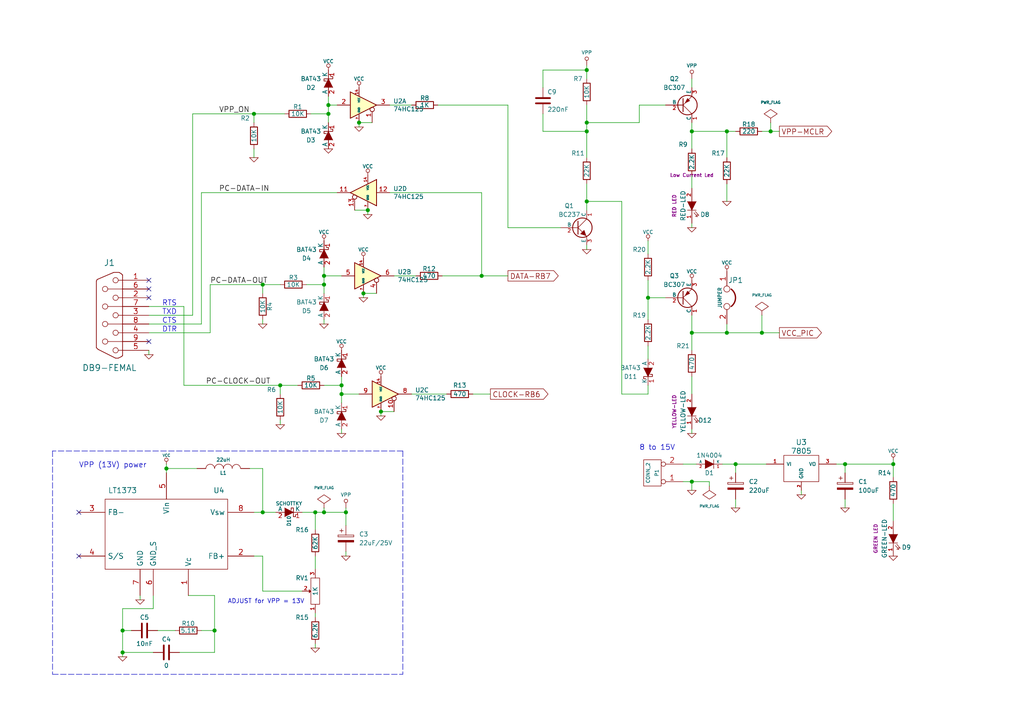
<source format=kicad_sch>
(kicad_sch (version 20230409) (generator eeschema)
  (paper "A4")
  (title_block (title "JDM - COM84 PIC Programmer with 13V DC/DC converter") (date "Sun 22 Mar 2015") (rev "2") (company "KiCad"))
  (lib_symbols
    (symbol "flat_hierarchy_schlib:74LS125" (pin_names (offset 0.254))
      (property "Reference" "U" (at 5.08 3.81 0))
      (property "Value" "74LS125" (at 7.62 -2.54 0))
      (symbol "74LS125_0_0"
        (pin power_in line (at -1.27 5.08 270) (length 2.54) (name "VCC") (number "14"))
        (pin power_in line (at -1.27 -5.08 90) (length 2.54) (name "GND") (number "7"))
      )
      (symbol "74LS125_1_0"
        (polyline (pts (xy -3.81 3.81) (xy -3.81 -3.81) (xy 3.81 0) (xy -3.81 3.81)) (stroke (width 0.254)) (fill (type background)))
        (pin input inverted (at 2.54 -5.08 90) (length 4.445) (name "~") (number "1"))
        (pin input line (at -7.62 0 0) (length 3.81) (name "~") (number "2"))
        (pin tri_state line (at 7.62 0 180) (length 3.81) (name "~") (number "3"))
      )
      (symbol "74LS125_2_0"
        (polyline (pts (xy -3.81 3.81) (xy -3.81 -3.81) (xy 3.81 0) (xy -3.81 3.81)) (stroke (width 0.254)) (fill (type background)))
        (pin input inverted (at 2.54 -5.08 90) (length 4.445) (name "~") (number "4"))
        (pin input line (at -7.62 0 0) (length 3.81) (name "~") (number "5"))
        (pin tri_state line (at 7.62 0 180) (length 3.81) (name "~") (number "6"))
      )
      (symbol "74LS125_3_0"
        (polyline (pts (xy -3.81 3.81) (xy -3.81 -3.81) (xy 3.81 0) (xy -3.81 3.81)) (stroke (width 0.254)) (fill (type background)))
        (pin input inverted (at 2.54 -5.08 90) (length 4.445) (name "~") (number "10"))
        (pin tri_state line (at 7.62 0 180) (length 3.81) (name "~") (number "8"))
        (pin input line (at -7.62 0 0) (length 3.81) (name "~") (number "9"))
      )
      (symbol "74LS125_4_0"
        (polyline (pts (xy -3.81 3.81) (xy -3.81 -3.81) (xy 3.81 0) (xy -3.81 3.81)) (stroke (width 0.254)) (fill (type background)))
        (pin tri_state line (at 7.62 0 180) (length 3.81) (name "~") (number "11"))
        (pin input line (at -7.62 0 0) (length 3.81) (name "~") (number "12"))
        (pin input inverted (at 2.54 -5.08 90) (length 4.445) (name "~") (number "13"))
      )
    )
    (symbol "flat_hierarchy_schlib:7805" (pin_names (offset 0.762))
      (property "Reference" "U" (at 3.81 -4.9784 0))
      (property "Value" "7805" (at 0 5.08 0))
      (symbol "7805_0_1"
        (rectangle (start -5.08 -3.81) (end 5.08 3.81))
      )
      (symbol "7805_1_1"
        (pin input line (at -10.16 1.27 0) (length 5.08) (name "VI") (number "1"))
        (pin input line (at 0 -6.35 90) (length 2.54) (name "GND") (number "2"))
        (pin power_out line (at 10.16 1.27 180) (length 5.08) (name "VO") (number "3"))
      )
    )
    (symbol "flat_hierarchy_schlib:BC237" (pin_names (offset 0))
      (property "Reference" "Q" (at 0 -3.81 0))
      (property "Value" "BC237" (at 0 3.81 0))
      (property "Footprint" "Package_TO_SOT_THT:TO-92" (at -2.54 -5.08 0))
      (symbol "BC237_0_1"
        (polyline (pts (xy 0 0) (xy 2.54 2.54)))
        (polyline (pts (xy 0 1.905) (xy 0 -1.905) (xy 0 -1.905)) (stroke (width 0.254)))
        (polyline (pts (xy 1.27 -1.27) (xy 0 0) (xy 0 0)))
        (polyline (pts (xy 2.286 -2.286) (xy 2.54 -2.54) (xy 2.54 -2.54)))
        (polyline (pts (xy 2.286 -2.286) (xy 1.778 -0.762) (xy 0.762 -1.778) (xy 2.286 -2.286) (xy 2.286 -2.286)) (fill (type outline)))
        (circle (center 1.27 0) (radius 2.8194) (stroke (width 0.254)))
      )
      (symbol "BC237_1_1"
        (pin passive line (at 2.54 5.08 270) (length 2.54) (name "C") (number "1"))
        (pin input line (at -5.08 0 0) (length 5.08) (name "B") (number "2"))
        (pin passive line (at 2.54 -5.08 90) (length 2.54) (name "E") (number "3"))
      )
    )
    (symbol "flat_hierarchy_schlib:BC307" (pin_names (offset 0))
      (property "Reference" "Q" (at 0 -3.81 0))
      (property "Value" "BC307" (at 0 3.81 0))
      (property "Footprint" "Package_TO_SOT_THT:TO-92" (at -2.54 -5.08 0))
      (symbol "BC307_0_1"
        (polyline (pts (xy 0 0) (xy 2.54 2.54)))
        (polyline (pts (xy 0 1.905) (xy 0 -1.905) (xy 0 -1.905)) (stroke (width 0.254)) (fill (type outline)))
        (polyline (pts (xy 0.635 -0.635) (xy 0 0) (xy 0 0)))
        (polyline (pts (xy 2.54 -2.54) (xy 1.651 -1.651) (xy 1.651 -1.651)))
        (polyline (pts (xy 0.635 -0.635) (xy 1.27 -1.905) (xy 1.905 -1.27) (xy 0.635 -0.635) (xy 0.635 -0.635)) (fill (type outline)))
        (circle (center 1.27 0) (radius 2.8194) (stroke (width 0.254)))
      )
      (symbol "BC307_1_1"
        (pin passive line (at 2.54 5.08 270) (length 2.54) (name "C") (number "1"))
        (pin input line (at -5.08 0 0) (length 5.08) (name "B") (number "2"))
        (pin passive line (at 2.54 -5.08 90) (length 2.54) (name "E") (number "3"))
      )
    )
    (symbol "flat_hierarchy_schlib:C" (pin_numbers hide) (pin_names (offset 0.254))
      (property "Reference" "C" (at 0.635 2.54 0))
      (property "Value" "C" (at 0.635 -2.54 0))
      (symbol "C_0_1"
        (polyline (pts (xy -2.032 -0.762) (xy 2.032 -0.762)) (stroke (width 0.508)))
        (polyline (pts (xy -2.032 0.762) (xy 2.032 0.762)) (stroke (width 0.508)))
      )
      (symbol "C_1_1"
        (pin passive line (at 0 3.81 270) (length 2.794) (name "~") (number "1"))
        (pin passive line (at 0 -3.81 90) (length 2.794) (name "~") (number "2"))
      )
    )
    (symbol "flat_hierarchy_schlib:CONN_2" (pin_names (offset 1.016) hide)
      (property "Reference" "P" (at -1.27 0 90))
      (property "Value" "CONN_2" (at 1.27 0 90))
      (symbol "CONN_2_0_1"
        (rectangle (start -2.54 3.81) (end 2.54 -3.81))
      )
      (symbol "CONN_2_1_1"
        (pin passive inverted (at -8.89 2.54 0) (length 6.35) (name "P1") (number "1"))
        (pin passive inverted (at -8.89 -2.54 0) (length 6.35) (name "PM") (number "2"))
      )
    )
    (symbol "flat_hierarchy_schlib:CP" (pin_numbers hide) (pin_names (offset 0.254))
      (property "Reference" "C" (at 0.635 2.54 0))
      (property "Value" "CP" (at 0.635 -2.54 0))
      (symbol "CP_0_1"
        (rectangle (start -2.286 0.508) (end -2.286 1.016))
        (rectangle (start -2.286 0.508) (end 2.286 0.508))
        (rectangle (start -1.778 2.286) (end -0.762 2.286))
        (rectangle (start -1.27 1.778) (end -1.27 2.794))
        (rectangle (start 2.286 -0.508) (end -2.286 -1.016) (fill (type outline)))
        (rectangle (start 2.286 1.016) (end -2.286 1.016))
        (rectangle (start 2.286 1.016) (end 2.286 0.508))
      )
      (symbol "CP_1_1"
        (pin passive line (at 0 3.81 270) (length 2.794) (name "~") (number "1"))
        (pin passive line (at 0 -3.81 90) (length 2.794) (name "~") (number "2"))
      )
    )
    (symbol "flat_hierarchy_schlib:D" (pin_names (offset 0))
      (property "Reference" "D" (at 0 2.54 0))
      (property "Value" "D" (at 0 -2.54 0))
      (symbol "D_0_1"
        (polyline (pts (xy -1.27 1.27) (xy -1.27 -1.27)) (stroke (width 0.1524)))
        (polyline (pts (xy 1.27 1.27) (xy -1.27 0) (xy 1.27 -1.27)) (fill (type outline)))
      )
      (symbol "D_1_1"
        (pin passive line (at -3.81 0 0) (length 2.54) (name "K") (number "1"))
        (pin passive line (at 3.81 0 180) (length 2.54) (name "A") (number "2"))
      )
    )
    (symbol "flat_hierarchy_schlib:DB9" (pin_names (offset 1.016) hide)
      (property "Reference" "J" (at 0 13.97 0))
      (property "Value" "DB9" (at 0 -13.97 0))
      (symbol "DB9_0_1"
        (circle (center -1.778 -10.16) (radius 0.762))
        (circle (center -1.778 -5.08) (radius 0.762))
        (circle (center -1.778 0) (radius 0.762))
        (circle (center -1.778 5.08) (radius 0.762))
        (circle (center -1.778 10.16) (radius 0.762))
        (polyline (pts (xy -3.81 -11.684) (xy -3.81 11.684)) (stroke (width 0.2032)))
        (polyline (pts (xy -3.81 -11.6586) (xy -3.556 -11.938)) (stroke (width 0.2032)))
        (polyline (pts (xy -3.81 -10.16) (xy -2.54 -10.16)))
        (polyline (pts (xy -3.81 -7.62) (xy 0.508 -7.62)))
        (polyline (pts (xy -3.81 -5.08) (xy -2.54 -5.08)))
        (polyline (pts (xy -3.81 -2.54) (xy 0.508 -2.54)))
        (polyline (pts (xy -3.81 0) (xy -2.54 0)))
        (polyline (pts (xy -3.81 2.54) (xy 0.508 2.54)))
        (polyline (pts (xy -3.81 5.08) (xy -2.54 5.08)))
        (polyline (pts (xy -3.81 7.62) (xy 0.508 7.62)))
        (polyline (pts (xy -3.81 10.16) (xy -2.54 10.16)))
        (polyline (pts (xy -3.556 -11.938) (xy -2.794 -12.446)) (stroke (width 0.2032)))
        (polyline (pts (xy -3.556 11.938) (xy -3.81 11.684)) (stroke (width 0.2032)))
        (polyline (pts (xy -3.556 11.938) (xy -2.54 12.446)) (stroke (width 0.2032)))
        (polyline (pts (xy -2.794 -12.446) (xy -1.27 -12.446)) (stroke (width 0.2032)))
        (polyline (pts (xy -2.54 12.446) (xy -1.778 12.446)) (stroke (width 0.2032)))
        (polyline (pts (xy 3.2766 9.906) (xy -1.778 12.446)) (stroke (width 0.2032)))
        (polyline (pts (xy 3.2766 9.906) (xy 3.81 9.398)) (stroke (width 0.2032)))
        (polyline (pts (xy 3.556 -10.3886) (xy -1.27 -12.446)) (stroke (width 0.2032)))
        (polyline (pts (xy 3.81 -9.906) (xy 3.556 -10.3886)) (stroke (width 0.2032)))
        (polyline (pts (xy 3.81 9.398) (xy 3.81 -9.906)) (stroke (width 0.2032)))
        (circle (center 1.27 -7.62) (radius 0.762))
        (circle (center 1.27 -2.54) (radius 0.762))
        (circle (center 1.27 2.54) (radius 0.762))
        (circle (center 1.27 7.62) (radius 0.762))
      )
      (symbol "DB9_1_1"
        (pin passive line (at -11.43 -10.16 0) (length 7.62) (name "1") (number "1"))
        (pin passive line (at -11.43 -5.08 0) (length 7.62) (name "2") (number "2"))
        (pin passive line (at -11.43 0 0) (length 7.62) (name "3") (number "3"))
        (pin passive line (at -11.43 5.08 0) (length 7.62) (name "4") (number "4"))
        (pin passive line (at -11.43 10.16 0) (length 7.62) (name "5") (number "5"))
        (pin passive line (at -11.43 -7.62 0) (length 7.62) (name "P6") (number "6"))
        (pin passive line (at -11.43 -2.54 0) (length 7.62) (name "P7") (number "7"))
        (pin passive line (at -11.43 2.54 0) (length 7.62) (name "P8") (number "8"))
        (pin passive line (at -11.43 7.62 0) (length 7.62) (name "P9") (number "9"))
      )
    )
    (symbol "flat_hierarchy_schlib:D_Schottky" (pin_names (offset 0))
      (property "Reference" "D" (at 0 2.54 0))
      (property "Value" "D_Schottky" (at 0 -2.54 0))
      (symbol "D_Schottky_0_1"
        (polyline (pts (xy 1.27 1.27) (xy -1.27 0) (xy 1.27 -1.27)) (fill (type outline)))
        (polyline (pts (xy -1.905 0.635) (xy -1.905 1.27) (xy -1.27 1.27) (xy -1.27 -1.27) (xy -0.635 -1.27) (xy -0.635 -0.635)) (stroke (width 0.2032)))
      )
      (symbol "D_Schottky_1_1"
        (pin passive line (at -3.81 0 0) (length 2.54) (name "K") (number "1"))
        (pin passive line (at 3.81 0 180) (length 2.54) (name "A") (number "2"))
      )
    )
    (symbol "flat_hierarchy_schlib:GND" (power) (pin_names (offset 0))
      (symbol "GND_0_1"
        (polyline (pts (xy -1.27 0) (xy 0 -1.27) (xy 1.27 0) (xy -1.27 0)))
      )
      (symbol "GND_1_1"
        (pin power_in line (at 0 0 90) (length 0) hide (name "GND") (number "1"))
      )
    )
    (symbol "flat_hierarchy_schlib:INDUCTOR" (pin_numbers hide) (pin_names (offset 1.016) hide)
      (property "Reference" "L" (at -1.27 0 90))
      (property "Value" "INDUCTOR" (at 2.54 0 90))
      (symbol "INDUCTOR_0_1"
        (arc (start 0.0254 -5.0546) (mid 1.245 -3.7973) (end 0.0254 -2.54))
        (arc (start 0.0254 -2.5146) (mid 1.2704 -1.2319) (end 0.0254 0.0508))
        (arc (start 0.0254 0.0254) (mid 1.2704 1.3081) (end 0.0254 2.5908))
        (arc (start 0.0254 2.5654) (mid 1.1942 3.7719) (end 0.0254 4.9784))
      )
      (symbol "INDUCTOR_1_1"
        (pin passive line (at 0 7.62 270) (length 2.54) (name "1") (number "1"))
        (pin passive line (at 0 -7.62 90) (length 2.54) (name "2") (number "2"))
      )
    )
    (symbol "flat_hierarchy_schlib:JUMPER" (pin_names (offset 0.762) hide)
      (property "Reference" "JP" (at 0 3.81 0))
      (property "Value" "JUMPER" (at 0 -2.032 0))
      (symbol "JUMPER_0_1"
        (circle (center -2.54 0) (radius 0.889))
        (arc (start 2.5146 1.27) (mid 0.0127 2.5097) (end -2.4892 1.27) (stroke (width 0.381)))
        (circle (center 2.54 0) (radius 0.889))
        (pin passive line (at -7.62 0 0) (length 4.191) (name "1") (number "1"))
        (pin passive line (at 7.62 0 180) (length 4.191) (name "2") (number "2"))
      )
    )
    (symbol "flat_hierarchy_schlib:LED" (pin_names (offset 1.016) hide)
      (property "Reference" "D" (at 0 2.54 0))
      (property "Value" "LED" (at 0 -2.54 0))
      (symbol "LED_0_1"
        (polyline (pts (xy -1.27 1.27) (xy -1.27 -1.27)))
        (polyline (pts (xy -2.032 -0.635) (xy -3.175 -1.651) (xy -3.048 -1.016)))
        (polyline (pts (xy -1.651 -1.016) (xy -2.794 -2.032) (xy -2.667 -1.397)))
        (polyline (pts (xy 1.27 1.27) (xy -1.27 0) (xy 1.27 -1.27)) (fill (type outline)))
      )
      (symbol "LED_1_1"
        (pin passive line (at -5.08 0 0) (length 3.81) (name "K") (number "1"))
        (pin passive line (at 5.08 0 180) (length 3.81) (name "A") (number "2"))
      )
    )
    (symbol "flat_hierarchy_schlib:LT1373" (pin_names (offset 0.762))
      (property "Reference" "U" (at 15.24 12.7 0))
      (property "Value" "LT1373" (at -12.7 12.7 0))
      (symbol "LT1373_0_1"
        (rectangle (start -17.78 -10.16) (end 17.78 10.16))
      )
      (symbol "LT1373_1_1"
        (pin input line (at 6.35 -17.78 90) (length 7.62) (name "Vc") (number "1"))
        (pin input line (at 25.4 -6.35 180) (length 7.62) (name "FB+") (number "2"))
        (pin passive line (at -25.4 6.35 0) (length 7.62) (name "FB-") (number "3"))
        (pin passive line (at -25.4 -6.35 0) (length 7.62) (name "S/S") (number "4"))
        (pin power_in line (at 0 17.78 270) (length 7.62) (name "Vin") (number "5"))
        (pin input line (at -3.81 -17.78 90) (length 7.62) (name "GND_S") (number "6"))
        (pin input line (at -7.62 -17.78 90) (length 7.62) (name "GND") (number "7"))
        (pin input line (at 25.4 6.35 180) (length 7.62) (name "Vsw") (number "8"))
      )
    )
    (symbol "flat_hierarchy_schlib:POT" (pin_names (offset 1.016) hide)
      (property "Reference" "RV" (at 0 -2.54 0))
      (property "Value" "POT" (at 0 0 0))
      (symbol "POT_0_1"
        (rectangle (start -3.81 1.27) (end 3.81 -1.27))
        (polyline (pts (xy 0 1.27) (xy -0.508 1.778) (xy 0.508 1.778)) (fill (type outline)))
      )
      (symbol "POT_1_1"
        (pin passive line (at -6.35 0 0) (length 2.54) (name "1") (number "1"))
        (pin passive line (at 0 3.81 270) (length 2.032) (name "2") (number "2"))
        (pin passive line (at 6.35 0 180) (length 2.54) (name "3") (number "3"))
      )
    )
    (symbol "flat_hierarchy_schlib:PWR_FLAG" (power) (pin_numbers hide) (pin_names (offset 0) hide)
      (property "Value" "PWR_FLAG" (at 0 4.572 0))
      (symbol "PWR_FLAG_0_0"
        (pin power_out line (at 0 0 90) (length 0) (name "pwr") (number "1"))
      )
      (symbol "PWR_FLAG_0_1"
        (polyline (pts (xy 0 0) (xy 0 1.27) (xy -1.905 2.54) (xy 0 3.81) (xy 1.905 2.54) (xy 0 1.27)))
      )
    )
    (symbol "flat_hierarchy_schlib:R" (pin_numbers hide) (pin_names (offset 0))
      (property "Reference" "R" (at 2.032 0 90))
      (property "Value" "R" (at 0 0 90))
      (symbol "R_0_1"
        (rectangle (start -1.016 -2.54) (end 1.016 2.54) (stroke (width 0.254)))
      )
      (symbol "R_1_1"
        (pin passive line (at 0 3.81 270) (length 1.27) (name "~") (number "1"))
        (pin passive line (at 0 -3.81 90) (length 1.27) (name "~") (number "2"))
      )
    )
    (symbol "flat_hierarchy_schlib:VCC" (power) (pin_names (offset 0))
      (property "Value" "VCC" (at 0 2.54 0))
      (symbol "VCC_0_0"
        (pin power_in line (at 0 0 90) (length 0) hide (name "VCC") (number "1"))
      )
      (symbol "VCC_0_1"
        (polyline (pts (xy 0 0) (xy 0 0.762) (xy 0 0.762)))
        (circle (center 0 1.27) (radius 0.508))
      )
    )
    (symbol "flat_hierarchy_schlib:VPP" (pin_names (offset 0))
      (property "Value" "VPP" (at 0 3.81 0))
      (symbol "VPP_0_0"
        (pin power_in line (at 0 0 90) (length 0) hide (name "VPP") (number "1"))
      )
      (symbol "VPP_0_1"
        (polyline (pts (xy 0 1.524) (xy 0 0)))
        (circle (center 0 2.032) (radius 0.508))
      )
    )
  )
  (junction (at 76.2 82.55) (diameter 1.016))
  (junction (at 200.66 139.7) (diameter 1.016))
  (junction (at 95.25 30.48) (diameter 1.016))
  (junction (at 110.49 119.38) (diameter 1.016))
  (junction (at 210.82 38.1) (diameter 1.016))
  (junction (at 210.82 96.52) (diameter 1.016))
  (junction (at 170.18 20.32) (diameter 1.016))
  (junction (at 139.7 80.01) (diameter 1.016))
  (junction (at 259.08 134.62) (diameter 1.016))
  (junction (at 170.18 58.42) (diameter 1.016))
  (junction (at 93.98 80.01) (diameter 1.016))
  (junction (at 170.18 35.56) (diameter 1.016))
  (junction (at 200.66 38.1) (diameter 1.016))
  (junction (at 62.23 182.88) (diameter 1.016))
  (junction (at 93.98 148.59) (diameter 1.016))
  (junction (at 99.06 114.3) (diameter 1.016))
  (junction (at 223.52 38.1) (diameter 1.016))
  (junction (at 35.56 189.23) (diameter 1.016))
  (junction (at 245.11 134.62) (diameter 1.016))
  (junction (at 48.26 135.89) (diameter 1.016))
  (junction (at 76.2 148.59) (diameter 1.016))
  (junction (at 220.98 96.52) (diameter 1.016))
  (junction (at 105.41 85.09) (diameter 1.016))
  (junction (at 73.66 33.02) (diameter 1.016))
  (junction (at 81.28 111.76) (diameter 1.016))
  (junction (at 93.98 82.55) (diameter 1.016))
  (junction (at 187.96 86.36) (diameter 1.016))
  (junction (at 213.36 134.62) (diameter 1.016))
  (junction (at 35.56 182.88) (diameter 1.016))
  (junction (at 170.18 38.1) (diameter 1.016))
  (junction (at 104.14 35.56) (diameter 1.016))
  (junction (at 95.25 33.02) (diameter 1.016))
  (junction (at 200.66 96.52) (diameter 1.016))
  (junction (at 99.06 111.76) (diameter 1.016))
  (junction (at 100.33 148.59) (diameter 1.016))
  (junction (at 106.68 60.96) (diameter 1.016))
  (junction (at 91.44 148.59) (diameter 1.016))
  (no_connect (at 43.18 81.28))
  (no_connect (at 22.86 161.29))
  (no_connect (at 22.86 148.59))
  (no_connect (at 43.18 83.82))
  (no_connect (at 43.18 86.36))
  (no_connect (at 43.18 99.06))
  (wire (pts (xy 113.03 30.48) (xy 119.38 30.48)))
  (wire (pts (xy 220.98 38.1) (xy 223.52 38.1)))
  (wire (pts (xy 200.66 109.22) (xy 200.66 114.3)))
  (wire (pts (xy 93.98 111.76) (xy 99.06 111.76)))
  (wire (pts (xy 53.34 88.9) (xy 43.18 88.9)))
  (wire (pts (xy 102.87 60.96) (xy 106.68 60.96)))
  (wire (pts (xy 35.56 189.23) (xy 35.56 190.5)))
  (wire (pts (xy 87.63 148.59) (xy 91.44 148.59)))
  (wire (pts (xy 139.7 80.01) (xy 147.32 80.01)))
  (wire (pts (xy 73.66 148.59) (xy 76.2 148.59)))
  (wire (pts (xy 76.2 82.55) (xy 81.28 82.55)))
  (wire (pts (xy 210.82 38.1) (xy 213.36 38.1)))
  (wire (pts (xy 81.28 114.3) (xy 81.28 111.76)))
  (wire (pts (xy 73.66 45.72) (xy 73.66 43.18)))
  (wire (pts (xy 55.88 33.02) (xy 73.66 33.02)))
  (wire (pts (xy 245.11 134.62) (xy 245.11 137.16)))
  (polyline (pts (xy 15.24 195.58) (xy 116.84 195.58)) (stroke (width 0) (type dash)))
  (wire (pts (xy 110.49 120.65) (xy 110.49 119.38)))
  (wire (pts (xy 93.98 77.47) (xy 93.98 80.01)))
  (wire (pts (xy 200.66 96.52) (xy 200.66 101.6)))
  (wire (pts (xy 105.41 85.09) (xy 105.41 86.36)))
  (wire (pts (xy 187.96 86.36) (xy 187.96 92.71)))
  (wire (pts (xy 180.34 114.3) (xy 180.34 58.42)))
  (wire (pts (xy 200.66 124.46) (xy 200.66 125.73)))
  (wire (pts (xy 93.98 82.55) (xy 93.98 85.09)))
  (wire (pts (xy 210.82 96.52) (xy 220.98 96.52)))
  (wire (pts (xy 187.96 81.28) (xy 187.96 86.36)))
  (wire (pts (xy 100.33 161.29) (xy 100.33 160.02)))
  (wire (pts (xy 99.06 111.76) (xy 99.06 114.3)))
  (wire (pts (xy 245.11 144.78) (xy 245.11 147.32)))
  (wire (pts (xy 58.42 55.88) (xy 97.79 55.88)))
  (wire (pts (xy 76.2 148.59) (xy 80.01 148.59)))
  (wire (pts (xy 232.41 143.51) (xy 232.41 142.24)))
  (wire (pts (xy 200.66 38.1) (xy 200.66 43.18)))
  (wire (pts (xy 200.66 50.8) (xy 200.66 54.61)))
  (wire (pts (xy 62.23 172.72) (xy 62.23 182.88)))
  (wire (pts (xy 58.42 182.88) (xy 62.23 182.88)))
  (wire (pts (xy 91.44 161.29) (xy 91.44 165.1)))
  (wire (pts (xy 170.18 30.48) (xy 170.18 35.56)))
  (wire (pts (xy 60.96 82.55) (xy 60.96 96.52)))
  (wire (pts (xy 60.96 96.52) (xy 43.18 96.52)))
  (wire (pts (xy 73.66 35.56) (xy 73.66 33.02)))
  (wire (pts (xy 110.49 119.38) (xy 114.3 119.38)))
  (wire (pts (xy 95.25 30.48) (xy 95.25 33.02)))
  (wire (pts (xy 170.18 53.34) (xy 170.18 58.42)))
  (wire (pts (xy 76.2 92.71) (xy 76.2 93.98)))
  (wire (pts (xy 185.42 30.48) (xy 185.42 35.56)))
  (wire (pts (xy 259.08 134.62) (xy 259.08 138.43)))
  (wire (pts (xy 100.33 147.32) (xy 100.33 148.59)))
  (wire (pts (xy 223.52 35.56) (xy 223.52 38.1)))
  (wire (pts (xy 91.44 148.59) (xy 91.44 153.67)))
  (wire (pts (xy 93.98 147.32) (xy 93.98 148.59)))
  (wire (pts (xy 223.52 38.1) (xy 226.06 38.1)))
  (wire (pts (xy 53.34 111.76) (xy 53.34 88.9)))
  (wire (pts (xy 62.23 182.88) (xy 62.23 189.23)))
  (wire (pts (xy 95.25 27.94) (xy 95.25 30.48)))
  (wire (pts (xy 99.06 125.73) (xy 99.06 124.46)))
  (wire (pts (xy 90.17 33.02) (xy 95.25 33.02)))
  (wire (pts (xy 35.56 182.88) (xy 38.1 182.88)))
  (wire (pts (xy 35.56 176.53) (xy 35.56 182.88)))
  (wire (pts (xy 187.96 114.3) (xy 180.34 114.3)))
  (wire (pts (xy 245.11 134.62) (xy 259.08 134.62)))
  (wire (pts (xy 99.06 109.22) (xy 99.06 111.76)))
  (wire (pts (xy 76.2 135.89) (xy 76.2 148.59)))
  (wire (pts (xy 209.55 134.62) (xy 213.36 134.62)))
  (wire (pts (xy 242.57 134.62) (xy 245.11 134.62)))
  (wire (pts (xy 95.25 30.48) (xy 97.79 30.48)))
  (wire (pts (xy 104.14 35.56) (xy 107.95 35.56)))
  (wire (pts (xy 157.48 33.02) (xy 157.48 38.1)))
  (wire (pts (xy 44.45 176.53) (xy 35.56 176.53)))
  (wire (pts (xy 44.45 172.72) (xy 44.45 176.53)))
  (wire (pts (xy 210.82 96.52) (xy 210.82 93.98)))
  (wire (pts (xy 127 30.48) (xy 147.32 30.48)))
  (wire (pts (xy 88.9 82.55) (xy 93.98 82.55)))
  (wire (pts (xy 100.33 148.59) (xy 100.33 152.4)))
  (wire (pts (xy 193.04 30.48) (xy 185.42 30.48)))
  (wire (pts (xy 170.18 38.1) (xy 170.18 45.72)))
  (wire (pts (xy 220.98 96.52) (xy 220.98 91.44)))
  (wire (pts (xy 198.12 139.7) (xy 200.66 139.7)))
  (wire (pts (xy 205.74 139.7) (xy 205.74 140.97)))
  (wire (pts (xy 170.18 20.32) (xy 170.18 22.86)))
  (wire (pts (xy 210.82 53.34) (xy 210.82 58.42)))
  (wire (pts (xy 200.66 96.52) (xy 210.82 96.52)))
  (wire (pts (xy 170.18 58.42) (xy 170.18 60.96)))
  (wire (pts (xy 95.25 33.02) (xy 95.25 35.56)))
  (wire (pts (xy 113.03 55.88) (xy 139.7 55.88)))
  (wire (pts (xy 200.66 38.1) (xy 210.82 38.1)))
  (wire (pts (xy 73.66 161.29) (xy 76.2 161.29)))
  (polyline (pts (xy 15.24 130.81) (xy 15.24 195.58)) (stroke (width 0) (type dash)))
  (wire (pts (xy 48.26 134.62) (xy 48.26 135.89)))
  (wire (pts (xy 200.66 91.44) (xy 200.66 96.52)))
  (wire (pts (xy 91.44 177.8) (xy 91.44 179.07)))
  (wire (pts (xy 200.66 35.56) (xy 200.66 38.1)))
  (wire (pts (xy 147.32 30.48) (xy 147.32 66.04)))
  (wire (pts (xy 170.18 19.05) (xy 170.18 20.32)))
  (wire (pts (xy 185.42 35.56) (xy 170.18 35.56)))
  (wire (pts (xy 198.12 134.62) (xy 201.93 134.62)))
  (wire (pts (xy 55.88 33.02) (xy 55.88 91.44)))
  (wire (pts (xy 91.44 187.96) (xy 91.44 186.69)))
  (polyline (pts (xy 116.84 130.81) (xy 15.24 130.81)) (stroke (width 0) (type dash)))
  (wire (pts (xy 53.34 111.76) (xy 81.28 111.76)))
  (wire (pts (xy 104.14 114.3) (xy 99.06 114.3)))
  (wire (pts (xy 114.3 80.01) (xy 120.65 80.01)))
  (wire (pts (xy 157.48 25.4) (xy 157.48 20.32)))
  (wire (pts (xy 52.07 189.23) (xy 62.23 189.23)))
  (wire (pts (xy 91.44 148.59) (xy 93.98 148.59)))
  (wire (pts (xy 200.66 25.4) (xy 200.66 22.86)))
  (wire (pts (xy 139.7 55.88) (xy 139.7 80.01)))
  (wire (pts (xy 119.38 114.3) (xy 129.54 114.3)))
  (wire (pts (xy 106.68 62.23) (xy 106.68 60.96)))
  (wire (pts (xy 58.42 93.98) (xy 58.42 55.88)))
  (wire (pts (xy 187.96 69.85) (xy 187.96 73.66)))
  (wire (pts (xy 259.08 146.05) (xy 259.08 151.13)))
  (wire (pts (xy 73.66 33.02) (xy 82.55 33.02)))
  (wire (pts (xy 93.98 148.59) (xy 100.33 148.59)))
  (wire (pts (xy 142.24 114.3) (xy 137.16 114.3)))
  (wire (pts (xy 105.41 85.09) (xy 109.22 85.09)))
  (wire (pts (xy 259.08 133.35) (xy 259.08 134.62)))
  (wire (pts (xy 157.48 20.32) (xy 170.18 20.32)))
  (wire (pts (xy 60.96 82.55) (xy 76.2 82.55)))
  (wire (pts (xy 193.04 86.36) (xy 187.96 86.36)))
  (wire (pts (xy 128.27 80.01) (xy 139.7 80.01)))
  (wire (pts (xy 45.72 182.88) (xy 50.8 182.88)))
  (wire (pts (xy 147.32 66.04) (xy 162.56 66.04)))
  (wire (pts (xy 170.18 58.42) (xy 180.34 58.42)))
  (wire (pts (xy 200.66 64.77) (xy 200.66 66.04)))
  (wire (pts (xy 213.36 144.78) (xy 213.36 147.32)))
  (wire (pts (xy 48.26 135.89) (xy 57.15 135.89)))
  (wire (pts (xy 93.98 80.01) (xy 93.98 82.55)))
  (wire (pts (xy 213.36 134.62) (xy 213.36 137.16)))
  (wire (pts (xy 187.96 111.76) (xy 187.96 114.3)))
  (wire (pts (xy 76.2 82.55) (xy 76.2 85.09)))
  (wire (pts (xy 187.96 100.33) (xy 187.96 104.14)))
  (wire (pts (xy 93.98 93.98) (xy 93.98 92.71)))
  (polyline (pts (xy 116.84 130.81) (xy 116.84 195.58)) (stroke (width 0) (type dash)))
  (wire (pts (xy 99.06 80.01) (xy 93.98 80.01)))
  (wire (pts (xy 81.28 123.19) (xy 81.28 121.92)))
  (wire (pts (xy 76.2 171.45) (xy 87.63 171.45)))
  (wire (pts (xy 55.88 91.44) (xy 43.18 91.44)))
  (wire (pts (xy 54.61 172.72) (xy 62.23 172.72)))
  (wire (pts (xy 170.18 35.56) (xy 170.18 38.1)))
  (wire (pts (xy 200.66 139.7) (xy 205.74 139.7)))
  (wire (pts (xy 72.39 135.89) (xy 76.2 135.89)))
  (wire (pts (xy 43.18 102.87) (xy 43.18 101.6)))
  (wire (pts (xy 200.66 142.24) (xy 200.66 139.7)))
  (wire (pts (xy 76.2 161.29) (xy 76.2 171.45)))
  (wire (pts (xy 104.14 36.83) (xy 104.14 35.56)))
  (wire (pts (xy 35.56 182.88) (xy 35.56 189.23)))
  (wire (pts (xy 81.28 111.76) (xy 86.36 111.76)))
  (wire (pts (xy 43.18 93.98) (xy 58.42 93.98)))
  (wire (pts (xy 99.06 114.3) (xy 99.06 116.84)))
  (wire (pts (xy 40.64 173.99) (xy 40.64 172.72)))
  (wire (pts (xy 220.98 96.52) (xy 226.06 96.52)))
  (wire (pts (xy 170.18 72.39) (xy 170.18 71.12)))
  (wire (pts (xy 157.48 38.1) (xy 170.18 38.1)))
  (wire (pts (xy 213.36 134.62) (xy 222.25 134.62)))
  (wire (pts (xy 35.56 189.23) (xy 44.45 189.23)))
  (wire (pts (xy 48.26 135.89) (xy 48.26 137.16)))
  (wire (pts (xy 210.82 38.1) (xy 210.82 45.72)))
  (text "TXD" (at 46.99 91.44 0) (effects (font (size 1.524 1.524)) (justify left bottom)))
  (text "CTS" (at 46.99 93.98 0) (effects (font (size 1.524 1.524)) (justify left bottom)))
  (text "DTR" (at 46.99 96.52 0) (effects (font (size 1.524 1.524)) (justify left bottom)))
  (text "VPP (13V) power" (at 22.86 135.89 0) (effects (font (size 1.524 1.524)) (justify left bottom)))
  (text "ADJUST for VPP = 13V" (at 66.04 175.26 0) (effects (font (size 1.27 1.27)) (justify left bottom)))
  (text "RTS" (at 46.99 88.9 0) (effects (font (size 1.524 1.524)) (justify left bottom)))
  (text "8 to 15V" (at 185.42 130.81 0) (effects (font (size 1.524 1.524)) (justify left bottom)))
  (label "PC-CLOCK-OUT" (at 59.69 111.76 0) (effects (font (size 1.524 1.524))))
  (label "PC-DATA-OUT" (at 60.96 82.55 0) (effects (font (size 1.524 1.524))))
  (label "VPP_ON" (at 63.5 33.02 0) (effects (font (size 1.524 1.524))))
  (label "PC-DATA-IN" (at 63.5 55.88 0) (effects (font (size 1.524 1.524))))
  (global_label "VCC_PIC" (shape output) (at 226.06 96.52 0) (effects (font (size 1.524 1.524))) (property "Intersheetrefs" "${INTERSHEET_REFS}" (effects hide)))
  (global_label "CLOCK-RB6" (shape output) (at 142.24 114.3 0) (effects (font (size 1.524 1.524))) (property "Intersheetrefs" "${INTERSHEET_REFS}" (effects hide)))
  (global_label "VPP-MCLR" (shape output) (at 226.06 38.1 0) (effects (font (size 1.524 1.524))) (property "Intersheetrefs" "${INTERSHEET_REFS}" (effects hide)))
  (global_label "DATA-RB7" (shape output) (at 147.32 80.01 0) (effects (font (size 1.524 1.524))) (property "Intersheetrefs" "${INTERSHEET_REFS}" (effects hide)))
  (symbol (lib_id "flat_hierarchy_schlib:DB9") (at 31.75 91.44 180) (unit 1)
    (property "Reference" "J1" (at 31.75 76.2 0) (effects (font (size 1.778 1.778))))
    (property "Value" "DB9-FEMAL" (at 31.75 106.68 0) (effects (font (size 1.778 1.778))))
    (property "Footprint" "Connector_Dsub:DSUB-9_Female_Horizontal_P2.77x2.84mm_EdgePinOffset7.70mm_Housed_MountingHolesOffset9.12mm" (effects hide))
  )
  (symbol (lib_id "flat_hierarchy_schlib:74LS125") (at 105.41 30.48 0) (unit 1)
    (property "Reference" "U2" (at 114.0461 29.3306 0) (effects (justify left)))
    (property "Value" "74HC125" (at 114.0461 31.6293 0) (effects (justify left)))
    (property "Footprint" "Package_DIP:DIP-14_W7.62mm_LongPads" (effects hide))
  )
  (symbol (lib_id "flat_hierarchy_schlib:R") (at 86.36 33.02 90) (unit 1)
    (property "Reference" "R1" (at 86.36 30.988 90))
    (property "Value" "10K" (at 86.36 33.02 90))
    (property "Footprint" "pic_programmer_fp:R_Axial_DIN0207_L6.3mm_D2.5mm_P10.16mm_Horizontal" (effects hide))
  )
  (symbol (lib_id "flat_hierarchy_schlib:R") (at 73.66 39.37 0) (unit 1)
    (property "Reference" "R2" (at 71.12 34.29 0))
    (property "Value" "10K" (at 73.66 39.37 90))
    (property "Footprint" "pic_programmer_fp:R_Axial_DIN0207_L6.3mm_D2.5mm_P10.16mm_Horizontal" (effects hide))
  )
  (symbol (lib_id "flat_hierarchy_schlib:D_Schottky") (at 95.25 24.13 270) (unit 1)
    (property "Reference" "D2" (at 90.17 25.4 90))
    (property "Value" "BAT43" (at 90.17 22.86 90))
    (property "Footprint" "pic_programmer_fp:D_DO-35_SOD27_P7.62mm_Horizontal" (effects hide))
  )
  (symbol (lib_id "flat_hierarchy_schlib:D_Schottky") (at 95.25 39.37 270) (unit 1)
    (property "Reference" "D3" (at 90.17 40.64 90))
    (property "Value" "BAT43" (at 90.17 38.1 90))
    (property "Footprint" "pic_programmer_fp:D_DO-35_SOD27_P7.62mm_Horizontal" (effects hide))
  )
  (symbol (lib_id "flat_hierarchy_schlib:GND") (at 104.14 36.83 0) (unit 1)
    (property "Reference" "#PWR046" (effects hide))
    (property "Value" "GND" (effects hide))
  )
  (symbol (lib_id "flat_hierarchy_schlib:GND") (at 95.25 43.18 0) (unit 1)
    (property "Reference" "#PWR045" (effects hide))
    (property "Value" "GND" (effects hide))
  )
  (symbol (lib_id "flat_hierarchy_schlib:VCC") (at 95.25 20.32 0) (unit 1)
    (property "Reference" "#PWR044" (effects hide))
    (property "Value" "VCC" (at 95.25 17.78 0) (effects (font (size 1.016 1.016))))
  )
  (symbol (lib_id "flat_hierarchy_schlib:74LS125") (at 106.68 80.01 0) (unit 2)
    (property "Reference" "U2" (at 115.3161 78.8606 0) (effects (justify left)))
    (property "Value" "74HC125" (at 115.3161 81.1593 0) (effects (justify left)))
    (property "Footprint" "Package_DIP:DIP-14_W7.62mm_LongPads" (effects hide))
  )
  (symbol (lib_id "flat_hierarchy_schlib:R") (at 85.09 82.55 90) (unit 1)
    (property "Reference" "R3" (at 85.09 80.518 90))
    (property "Value" "10K" (at 85.09 82.55 90))
    (property "Footprint" "pic_programmer_fp:R_Axial_DIN0207_L6.3mm_D2.5mm_P10.16mm_Horizontal" (effects hide))
  )
  (symbol (lib_id "flat_hierarchy_schlib:R") (at 76.2 88.9 0) (unit 1)
    (property "Reference" "R4" (at 78.232 88.9 90))
    (property "Value" "10K" (at 76.2 88.9 90))
    (property "Footprint" "pic_programmer_fp:R_Axial_DIN0207_L6.3mm_D2.5mm_P10.16mm_Horizontal" (effects hide))
  )
  (symbol (lib_id "flat_hierarchy_schlib:D_Schottky") (at 93.98 73.66 270) (unit 1)
    (property "Reference" "D4" (at 88.9 74.93 90))
    (property "Value" "BAT43" (at 88.9 72.39 90))
    (property "Footprint" "pic_programmer_fp:D_DO-35_SOD27_P7.62mm_Horizontal" (effects hide))
  )
  (symbol (lib_id "flat_hierarchy_schlib:D_Schottky") (at 93.98 88.9 270) (unit 1)
    (property "Reference" "D5" (at 88.9 90.17 90))
    (property "Value" "BAT43" (at 88.9 87.63 90))
    (property "Footprint" "pic_programmer_fp:D_DO-35_SOD27_P7.62mm_Horizontal" (effects hide))
  )
  (symbol (lib_id "flat_hierarchy_schlib:GND") (at 105.41 86.36 0) (unit 1)
    (property "Reference" "#PWR043" (effects hide))
    (property "Value" "GND" (effects hide))
  )
  (symbol (lib_id "flat_hierarchy_schlib:GND") (at 93.98 93.98 0) (unit 1)
    (property "Reference" "#PWR042" (effects hide))
    (property "Value" "GND" (effects hide))
  )
  (symbol (lib_id "flat_hierarchy_schlib:VCC") (at 93.98 69.85 0) (unit 1)
    (property "Reference" "#PWR041" (effects hide))
    (property "Value" "VCC" (at 93.98 67.31 0) (effects (font (size 1.016 1.016))))
  )
  (symbol (lib_id "flat_hierarchy_schlib:74LS125") (at 111.76 114.3 0) (unit 3)
    (property "Reference" "U2" (at 120.3961 113.1506 0) (effects (justify left)))
    (property "Value" "74HC125" (at 120.3961 115.4493 0) (effects (justify left)))
    (property "Footprint" "Package_DIP:DIP-14_W7.62mm_LongPads" (effects hide))
  )
  (symbol (lib_id "flat_hierarchy_schlib:R") (at 90.17 111.76 90) (unit 1)
    (property "Reference" "R5" (at 90.17 109.728 90))
    (property "Value" "10K" (at 90.17 111.76 90))
    (property "Footprint" "pic_programmer_fp:R_Axial_DIN0207_L6.3mm_D2.5mm_P10.16mm_Horizontal" (effects hide))
  )
  (symbol (lib_id "flat_hierarchy_schlib:R") (at 81.28 118.11 0) (unit 1)
    (property "Reference" "R6" (at 78.74 113.03 0))
    (property "Value" "10K" (at 81.28 118.11 90))
    (property "Footprint" "pic_programmer_fp:R_Axial_DIN0207_L6.3mm_D2.5mm_P10.16mm_Horizontal" (effects hide))
  )
  (symbol (lib_id "flat_hierarchy_schlib:D_Schottky") (at 99.06 105.41 270) (unit 1)
    (property "Reference" "D6" (at 93.98 106.68 90))
    (property "Value" "BAT43" (at 93.98 104.14 90))
    (property "Footprint" "pic_programmer_fp:D_DO-35_SOD27_P7.62mm_Horizontal" (effects hide))
  )
  (symbol (lib_id "flat_hierarchy_schlib:D_Schottky") (at 99.06 120.65 270) (unit 1)
    (property "Reference" "D7" (at 93.98 121.92 90))
    (property "Value" "BAT43" (at 93.98 119.38 90))
    (property "Footprint" "pic_programmer_fp:D_DO-35_SOD27_P7.62mm_Horizontal" (effects hide))
  )
  (symbol (lib_id "flat_hierarchy_schlib:GND") (at 110.49 120.65 0) (unit 1)
    (property "Reference" "#PWR040" (effects hide))
    (property "Value" "GND" (effects hide))
  )
  (symbol (lib_id "flat_hierarchy_schlib:GND") (at 99.06 125.73 0) (unit 1)
    (property "Reference" "#PWR039" (effects hide))
    (property "Value" "GND" (effects hide))
  )
  (symbol (lib_id "flat_hierarchy_schlib:VCC") (at 99.06 101.6 0) (unit 1)
    (property "Reference" "#PWR038" (effects hide))
    (property "Value" "VCC" (at 99.06 99.06 0) (effects (font (size 1.016 1.016))))
  )
  (symbol (lib_id "flat_hierarchy_schlib:74LS125") (at 105.41 55.88 0) (mirror y) (unit 4)
    (property "Reference" "U2" (at 114.0461 54.7306 0) (effects (justify right)))
    (property "Value" "74HC125" (at 114.0461 57.0293 0) (effects (justify right)))
    (property "Footprint" "Package_DIP:DIP-14_W7.62mm_LongPads" (effects hide))
  )
  (symbol (lib_id "flat_hierarchy_schlib:GND") (at 106.68 62.23 0) (unit 1)
    (property "Reference" "#PWR037" (effects hide))
    (property "Value" "GND" (effects hide))
  )
  (symbol (lib_id "flat_hierarchy_schlib:R") (at 124.46 80.01 90) (unit 1)
    (property "Reference" "R12" (at 124.46 77.978 90))
    (property "Value" "470" (at 124.46 80.01 90))
    (property "Footprint" "pic_programmer_fp:R_Axial_DIN0207_L6.3mm_D2.5mm_P10.16mm_Horizontal" (effects hide))
  )
  (symbol (lib_id "flat_hierarchy_schlib:R") (at 133.35 114.3 90) (unit 1)
    (property "Reference" "R13" (at 133.35 111.76 90))
    (property "Value" "470" (at 133.35 114.3 90))
    (property "Footprint" "pic_programmer_fp:R_Axial_DIN0207_L6.3mm_D2.5mm_P10.16mm_Horizontal" (effects hide))
  )
  (symbol (lib_id "flat_hierarchy_schlib:R") (at 123.19 30.48 90) (unit 1)
    (property "Reference" "R8" (at 123.19 28.448 90))
    (property "Value" "1K" (at 123.19 30.48 90))
    (property "Footprint" "pic_programmer_fp:R_Axial_DIN0207_L6.3mm_D2.5mm_P10.16mm_Horizontal" (effects hide))
  )
  (symbol (lib_id "flat_hierarchy_schlib:GND") (at 76.2 93.98 0) (unit 1)
    (property "Reference" "#PWR036" (effects hide))
    (property "Value" "GND" (effects hide))
  )
  (symbol (lib_id "flat_hierarchy_schlib:GND") (at 81.28 123.19 0) (unit 1)
    (property "Reference" "#PWR035" (effects hide))
    (property "Value" "GND" (effects hide))
  )
  (symbol (lib_id "flat_hierarchy_schlib:GND") (at 73.66 45.72 0) (unit 1)
    (property "Reference" "#PWR034" (effects hide))
    (property "Value" "GND" (effects hide))
  )
  (symbol (lib_id "flat_hierarchy_schlib:GND") (at 43.18 102.87 0) (unit 1)
    (property "Reference" "#PWR033" (effects hide))
    (property "Value" "GND" (effects hide))
  )
  (symbol (lib_id "flat_hierarchy_schlib:BC237") (at 167.64 66.04 0) (unit 1)
    (property "Reference" "Q1" (at 165.1 59.69 0))
    (property "Value" "BC237" (at 165.1508 62.23 0))
    (property "Footprint" "pic_programmer_fp:TO-92" (effects hide))
  )
  (symbol (lib_id "flat_hierarchy_schlib:GND") (at 170.18 72.39 0) (unit 1)
    (property "Reference" "#PWR032" (effects hide))
    (property "Value" "GND" (effects hide))
  )
  (symbol (lib_id "flat_hierarchy_schlib:R") (at 170.18 49.53 180) (unit 1)
    (property "Reference" "R11" (at 167.64 44.45 0))
    (property "Value" "22K" (at 170.18 49.53 90))
    (property "Footprint" "pic_programmer_fp:R_Axial_DIN0207_L6.3mm_D2.5mm_P10.16mm_Horizontal" (effects hide))
  )
  (symbol (lib_id "flat_hierarchy_schlib:R") (at 170.18 26.67 0) (unit 1)
    (property "Reference" "R7" (at 167.64 22.86 0))
    (property "Value" "10K" (at 170.18 26.67 90))
    (property "Footprint" "pic_programmer_fp:R_Axial_DIN0207_L6.3mm_D2.5mm_P10.16mm_Horizontal" (effects hide))
  )
  (symbol (lib_id "flat_hierarchy_schlib:BC307") (at 198.12 30.48 0) (mirror x) (unit 1)
    (property "Reference" "Q2" (at 195.58 22.86 0))
    (property "Value" "BC307" (at 195.58 25.4 0))
    (property "Footprint" "pic_programmer_fp:TO-92" (effects hide))
  )
  (symbol (lib_id "flat_hierarchy_schlib:VPP") (at 170.18 19.05 0) (unit 1)
    (property "Reference" "#PWR22" (effects hide))
    (property "Value" "VPP" (at 170.18 15.24 0) (effects (font (size 1.016 1.016))))
  )
  (symbol (lib_id "flat_hierarchy_schlib:VPP") (at 200.66 22.86 0) (unit 1)
    (property "Reference" "#PWR23" (effects hide))
    (property "Value" "VPP" (at 200.66 19.05 0) (effects (font (size 1.016 1.016))))
  )
  (symbol (lib_id "flat_hierarchy_schlib:R") (at 200.66 46.99 0) (unit 1)
    (property "Reference" "R9" (at 198.12 41.91 0))
    (property "Value" "2.2K" (at 200.66 46.99 90))
    (property "Footprint" "pic_programmer_fp:R_Axial_DIN0207_L6.3mm_D2.5mm_P10.16mm_Horizontal" (effects hide))
  )
  (symbol (lib_id "flat_hierarchy_schlib:LED") (at 200.66 59.69 90) (unit 1)
    (property "Reference" "D8" (at 204.47 62.23 90))
    (property "Value" "RED-LED" (at 198.12 59.69 0))
    (property "Footprint" "LED_THT:LED_D5.0mm" (effects hide))
    (property "Champ4" "Low Current Led" (at 200.66 50.8 90) (effects (font (size 1.016 1.016))))
    (property "Champ5" "RED LED" (at 195.58 59.69 0) (effects (font (size 1.016 1.016))))
  )
  (symbol (lib_id "flat_hierarchy_schlib:CONN_2") (at 189.23 137.16 180) (unit 1)
    (property "Reference" "P1" (at 190.5 137.16 90) (effects (font (size 1.016 1.016))))
    (property "Value" "CONN_2" (at 187.96 137.16 90) (effects (font (size 1.016 1.016))))
    (property "Footprint" "TerminalBlock_Altech:Altech_AK300_1x02_P5.00mm_45-Degree" (effects hide))
  )
  (symbol (lib_id "flat_hierarchy_schlib:D") (at 205.74 134.62 180) (unit 1)
    (property "Reference" "D1" (at 205.74 137.16 0))
    (property "Value" "1N4004" (at 205.74 132.08 0))
    (property "Footprint" "Diode_THT:D_DO-35_SOD27_P12.70mm_Horizontal" (effects hide))
  )
  (symbol (lib_id "flat_hierarchy_schlib:GND") (at 200.66 142.24 0) (unit 1)
    (property "Reference" "#PWR031" (effects hide))
    (property "Value" "GND" (effects hide))
  )
  (symbol (lib_id "flat_hierarchy_schlib:CP") (at 213.36 140.97 0) (unit 1)
    (property "Reference" "C2" (at 217.17 139.7 0) (effects (justify left)))
    (property "Value" "220uF" (at 217.17 142.24 0) (effects (justify left)))
    (property "Footprint" "Capacitor_THT:CP_Axial_L18.0mm_D6.5mm_P25.00mm_Horizontal" (effects hide))
  )
  (symbol (lib_id "flat_hierarchy_schlib:GND") (at 213.36 147.32 0) (unit 1)
    (property "Reference" "#PWR030" (effects hide))
    (property "Value" "GND" (effects hide))
  )
  (symbol (lib_id "flat_hierarchy_schlib:7805") (at 232.41 135.89 0) (unit 1)
    (property "Reference" "U3" (at 232.41 128.27 0) (effects (font (size 1.524 1.524))))
    (property "Value" "7805" (at 232.41 130.81 0) (effects (font (size 1.524 1.524))))
    (property "Footprint" "pic_programmer_fp:TO-220-3_Horizontal_TabDown" (effects hide))
  )
  (symbol (lib_id "flat_hierarchy_schlib:GND") (at 232.41 143.51 0) (unit 1)
    (property "Reference" "#PWR029" (effects hide))
    (property "Value" "GND" (effects hide))
  )
  (symbol (lib_id "flat_hierarchy_schlib:CP") (at 245.11 140.97 0) (unit 1)
    (property "Reference" "C1" (at 248.92 139.7 0) (effects (justify left)))
    (property "Value" "100uF" (at 248.92 142.24 0) (effects (justify left)))
    (property "Footprint" "Capacitor_THT:CP_Axial_L18.0mm_D6.5mm_P25.00mm_Horizontal" (effects hide))
  )
  (symbol (lib_id "flat_hierarchy_schlib:GND") (at 245.11 147.32 0) (unit 1)
    (property "Reference" "#PWR028" (effects hide))
    (property "Value" "GND" (effects hide))
  )
  (symbol (lib_id "flat_hierarchy_schlib:R") (at 259.08 142.24 0) (unit 1)
    (property "Reference" "R14" (at 256.54 137.16 0))
    (property "Value" "470" (at 259.08 142.24 90))
    (property "Footprint" "pic_programmer_fp:R_Axial_DIN0207_L6.3mm_D2.5mm_P10.16mm_Horizontal" (effects hide))
  )
  (symbol (lib_id "flat_hierarchy_schlib:LED") (at 259.08 156.21 90) (unit 1)
    (property "Reference" "D9" (at 262.89 158.75 90))
    (property "Value" "GREEN-LED" (at 256.54 156.21 0))
    (property "Footprint" "LED_THT:LED_D5.0mm" (effects hide))
    (property "Champ4" "GREEN LED" (at 254 156.21 0) (effects (font (size 1.016 1.016))))
  )
  (symbol (lib_id "flat_hierarchy_schlib:GND") (at 259.08 161.29 0) (unit 1)
    (property "Reference" "#PWR027" (effects hide))
    (property "Value" "GND" (effects hide))
  )
  (symbol (lib_id "flat_hierarchy_schlib:VCC") (at 259.08 133.35 0) (unit 1)
    (property "Reference" "#PWR026" (effects hide))
    (property "Value" "VCC" (at 259.08 130.81 0) (effects (font (size 1.016 1.016))))
  )
  (symbol (lib_id "flat_hierarchy_schlib:R") (at 210.82 49.53 0) (unit 1)
    (property "Reference" "R17" (at 208.28 44.45 0))
    (property "Value" "22K" (at 210.82 49.53 90))
    (property "Footprint" "pic_programmer_fp:R_Axial_DIN0207_L6.3mm_D2.5mm_P10.16mm_Horizontal" (effects hide))
  )
  (symbol (lib_id "flat_hierarchy_schlib:GND") (at 210.82 58.42 0) (unit 1)
    (property "Reference" "#PWR025" (effects hide))
    (property "Value" "GND" (effects hide))
  )
  (symbol (lib_id "flat_hierarchy_schlib:INDUCTOR") (at 64.77 135.89 270) (mirror x) (unit 1)
    (property "Reference" "L1" (at 64.77 137.16 90) (effects (font (size 1.016 1.016))))
    (property "Value" "22uH" (at 64.77 133.35 90) (effects (font (size 1.016 1.016))))
    (property "Footprint" "inductors:INDUCTOR_V" (effects hide))
  )
  (symbol (lib_id "flat_hierarchy_schlib:VCC") (at 48.26 134.62 0) (unit 1)
    (property "Reference" "#PWR024" (effects hide))
    (property "Value" "VCC" (at 48.26 132.08 0) (effects (font (size 0.762 0.762))))
  )
  (symbol (lib_id "flat_hierarchy_schlib:VPP") (at 100.33 147.32 0) (unit 1)
    (property "Reference" "#PWR34" (effects hide))
    (property "Value" "VPP" (at 100.33 143.51 0) (effects (font (size 1.016 1.016))))
  )
  (symbol (lib_id "flat_hierarchy_schlib:CP") (at 100.33 156.21 0) (unit 1)
    (property "Reference" "C3" (at 104.14 154.94 0) (effects (justify left)))
    (property "Value" "22uF/25V" (at 104.14 157.48 0) (effects (justify left)))
    (property "Footprint" "Capacitor_THT:CP_Axial_L11.0mm_D6.0mm_P18.00mm_Horizontal" (effects hide))
  )
  (symbol (lib_id "flat_hierarchy_schlib:PWR_FLAG") (at 93.98 147.32 0) (unit 1)
    (property "Reference" "#FLG023" (effects hide))
    (property "Value" "PWR_FLAG" (at 93.98 141.478 0) (effects (font (size 0.762 0.762))))
  )
  (symbol (lib_id "flat_hierarchy_schlib:C") (at 41.91 182.88 270) (mirror x) (unit 1)
    (property "Reference" "C5" (at 41.91 179.07 90))
    (property "Value" "10nF" (at 41.91 186.69 90))
    (property "Footprint" "Capacitor_THT:C_Disc_D5.1mm_W3.2mm_P5.00mm" (effects hide))
  )
  (symbol (lib_id "flat_hierarchy_schlib:R") (at 91.44 182.88 0) (unit 1)
    (property "Reference" "R15" (at 87.63 179.07 0))
    (property "Value" "6.2K" (at 91.44 182.88 90))
    (property "Footprint" "pic_programmer_fp:R_Axial_DIN0207_L6.3mm_D2.5mm_P10.16mm_Horizontal" (effects hide))
  )
  (symbol (lib_id "flat_hierarchy_schlib:R") (at 91.44 157.48 180) (unit 1)
    (property "Reference" "R16" (at 87.63 153.67 0))
    (property "Value" "62K" (at 91.44 157.48 90))
    (property "Footprint" "pic_programmer_fp:R_Axial_DIN0207_L6.3mm_D2.5mm_P10.16mm_Horizontal" (effects hide))
  )
  (symbol (lib_id "flat_hierarchy_schlib:LT1373") (at 48.26 154.94 0) (unit 1)
    (property "Reference" "U4" (at 63.5 142.24 0) (effects (font (size 1.524 1.524))))
    (property "Value" "LT1373" (at 35.56 142.24 0) (effects (font (size 1.524 1.524))))
    (property "Footprint" "Package_DIP:DIP-8_W7.62mm_LongPads" (effects hide))
  )
  (symbol (lib_id "flat_hierarchy_schlib:C") (at 48.26 189.23 270) (mirror x) (unit 1)
    (property "Reference" "C4" (at 48.26 185.42 90))
    (property "Value" "0" (at 48.26 193.04 90))
    (property "Footprint" "Capacitor_THT:C_Disc_D5.1mm_W3.2mm_P5.00mm" (effects hide))
  )
  (symbol (lib_id "flat_hierarchy_schlib:R") (at 54.61 182.88 270) (mirror x) (unit 1)
    (property "Reference" "R10" (at 54.61 180.848 90))
    (property "Value" "5.1K" (at 54.61 182.88 90))
    (property "Footprint" "pic_programmer_fp:R_Axial_DIN0207_L6.3mm_D2.5mm_P10.16mm_Horizontal" (effects hide))
  )
  (symbol (lib_id "flat_hierarchy_schlib:D_Schottky") (at 83.82 148.59 180) (unit 1)
    (property "Reference" "D10" (at 83.82 151.13 90) (effects (font (size 1.016 1.016))))
    (property "Value" "SCHOTTKY" (at 83.82 146.05 0) (effects (font (size 1.016 1.016))))
    (property "Footprint" "Diode_THT:D_DO-35_SOD27_P12.70mm_Horizontal" (effects hide))
  )
  (symbol (lib_id "flat_hierarchy_schlib:PWR_FLAG") (at 205.74 140.97 180) (unit 1)
    (property "Reference" "#FLG022" (effects hide))
    (property "Value" "PWR_FLAG" (at 205.74 146.812 0) (effects (font (size 0.762 0.762))))
  )
  (symbol (lib_id "flat_hierarchy_schlib:GND") (at 200.66 66.04 0) (unit 1)
    (property "Reference" "#PWR021" (effects hide))
    (property "Value" "GND" (effects hide))
  )
  (symbol (lib_id "flat_hierarchy_schlib:R") (at 217.17 38.1 90) (unit 1)
    (property "Reference" "R18" (at 217.17 36.068 90))
    (property "Value" "220" (at 217.17 38.1 90))
    (property "Footprint" "pic_programmer_fp:R_Axial_DIN0207_L6.3mm_D2.5mm_P10.16mm_Horizontal" (effects hide))
  )
  (symbol (lib_id "flat_hierarchy_schlib:POT") (at 91.44 171.45 90) (unit 1)
    (property "Reference" "RV1" (at 87.63 167.64 90))
    (property "Value" "1K" (at 91.44 171.45 0))
    (property "Footprint" "pic_programmer_fp:RV2X4" (effects hide))
  )
  (symbol (lib_id "flat_hierarchy_schlib:VCC") (at 187.96 69.85 0) (unit 1)
    (property "Reference" "#PWR020" (effects hide))
    (property "Value" "VCC" (at 187.96 67.31 0) (effects (font (size 1.016 1.016))))
  )
  (symbol (lib_id "flat_hierarchy_schlib:BC307") (at 198.12 86.36 0) (mirror x) (unit 1)
    (property "Reference" "Q3" (at 195.58 80.01 0))
    (property "Value" "BC307" (at 195.58 82.55 0))
    (property "Footprint" "pic_programmer_fp:TO-92" (effects hide))
  )
  (symbol (lib_id "flat_hierarchy_schlib:R") (at 187.96 96.52 180) (unit 1)
    (property "Reference" "R19" (at 185.42 91.44 0))
    (property "Value" "2.2K" (at 187.96 96.52 90))
    (property "Footprint" "pic_programmer_fp:R_Axial_DIN0207_L6.3mm_D2.5mm_P10.16mm_Horizontal" (effects hide))
  )
  (symbol (lib_id "flat_hierarchy_schlib:R") (at 187.96 77.47 0) (unit 1)
    (property "Reference" "R20" (at 185.42 72.39 0))
    (property "Value" "2.2K" (at 187.96 77.47 90))
    (property "Footprint" "pic_programmer_fp:R_Axial_DIN0207_L6.3mm_D2.5mm_P10.16mm_Horizontal" (effects hide))
  )
  (symbol (lib_id "flat_hierarchy_schlib:R") (at 200.66 105.41 0) (unit 1)
    (property "Reference" "R21" (at 198.12 100.33 0))
    (property "Value" "470" (at 200.66 105.41 90))
    (property "Footprint" "pic_programmer_fp:R_Axial_DIN0207_L6.3mm_D2.5mm_P10.16mm_Horizontal" (effects hide))
  )
  (symbol (lib_id "flat_hierarchy_schlib:LED") (at 200.66 119.38 90) (unit 1)
    (property "Reference" "D12" (at 204.47 121.92 90))
    (property "Value" "YELLOW-LED" (at 198.12 119.38 0))
    (property "Footprint" "LED_THT:LED_D5.0mm" (effects hide))
    (property "Champ4" "YELLOW-LED" (at 195.58 119.38 0) (effects (font (size 1.016 1.016))))
  )
  (symbol (lib_id "flat_hierarchy_schlib:GND") (at 200.66 125.73 0) (unit 1)
    (property "Reference" "#PWR019" (effects hide))
    (property "Value" "GND" (effects hide))
  )
  (symbol (lib_id "flat_hierarchy_schlib:VCC") (at 200.66 81.28 0) (unit 1)
    (property "Reference" "#PWR018" (effects hide))
    (property "Value" "VCC" (at 200.66 78.74 0) (effects (font (size 1.016 1.016))))
  )
  (symbol (lib_id "flat_hierarchy_schlib:D_Schottky") (at 187.96 107.95 90) (unit 1)
    (property "Reference" "D11" (at 182.88 109.22 90))
    (property "Value" "BAT43" (at 182.88 106.68 90))
    (property "Footprint" "pic_programmer_fp:D_DO-35_SOD27_P7.62mm_Horizontal" (effects hide))
  )
  (symbol (lib_id "flat_hierarchy_schlib:JUMPER") (at 210.82 86.36 270) (unit 1)
    (property "Reference" "JP1" (at 213.36 81.28 90) (effects (font (size 1.524 1.524))))
    (property "Value" "JUMPER" (at 208.788 86.36 0) (effects (font (size 1.016 1.016))))
    (property "Footprint" "pin_array:PIN_ARRAY_2X1" (effects hide))
  )
  (symbol (lib_id "flat_hierarchy_schlib:VCC") (at 210.82 78.74 0) (unit 1)
    (property "Reference" "#PWR017" (effects hide))
    (property "Value" "VCC" (at 210.82 76.2 0) (effects (font (size 1.016 1.016))))
  )
  (symbol (lib_id "flat_hierarchy_schlib:C") (at 157.48 29.21 0) (unit 1)
    (property "Reference" "C9" (at 158.75 26.67 0) (effects (justify left)))
    (property "Value" "22OnF" (at 158.75 31.75 0) (effects (justify left)))
    (property "Footprint" "Capacitor_THT:C_Disc_D5.1mm_W3.2mm_P5.00mm" (effects hide))
  )
  (symbol (lib_id "flat_hierarchy_schlib:PWR_FLAG") (at 223.52 35.56 0) (unit 1)
    (property "Reference" "#FLG016" (effects hide))
    (property "Value" "PWR_FLAG" (at 223.52 29.718 0) (effects (font (size 0.762 0.762))))
  )
  (symbol (lib_id "flat_hierarchy_schlib:PWR_FLAG") (at 220.98 91.44 0) (unit 1)
    (property "Reference" "#FLG015" (effects hide))
    (property "Value" "PWR_FLAG" (at 220.98 85.598 0) (effects (font (size 0.762 0.762))))
  )
  (symbol (lib_id "flat_hierarchy_schlib:GND") (at 40.64 173.99 0) (unit 1)
    (property "Reference" "#PWR047" (effects hide))
    (property "Value" "GND" (effects hide))
  )
  (symbol (lib_id "flat_hierarchy_schlib:GND") (at 35.56 190.5 0) (unit 1)
    (property "Reference" "#PWR048" (effects hide))
    (property "Value" "GND" (effects hide))
  )
  (symbol (lib_id "flat_hierarchy_schlib:GND") (at 91.44 187.96 0) (unit 1)
    (property "Reference" "#PWR049" (effects hide))
    (property "Value" "GND" (effects hide))
  )
  (symbol (lib_id "flat_hierarchy_schlib:GND") (at 100.33 161.29 0) (unit 1)
    (property "Reference" "#PWR050" (effects hide))
    (property "Value" "GND" (effects hide))
  )
  (symbol (lib_id "flat_hierarchy_schlib:VCC") (at 106.68 50.8 0) (unit 1)
    (property "Reference" "#PWR0102" (effects hide))
    (property "Value" "VCC" (at 106.68 48.26 0) (effects (font (size 1.016 1.016))))
  )
  (symbol (lib_id "flat_hierarchy_schlib:VCC") (at 104.14 25.4 0) (unit 1)
    (property "Reference" "#PWR0104" (effects hide))
    (property "Value" "VCC" (at 104.14 22.86 0) (effects (font (size 1.016 1.016))))
  )
  (symbol (lib_id "flat_hierarchy_schlib:VCC") (at 110.49 109.22 0) (unit 1)
    (property "Reference" "#PWR0101" (effects hide))
    (property "Value" "VCC" (at 110.49 106.68 0) (effects (font (size 1.016 1.016))))
  )
  (symbol (lib_id "flat_hierarchy_schlib:VCC") (at 105.41 74.93 0) (unit 1)
    (property "Reference" "#PWR0103" (effects hide))
    (property "Value" "VCC" (at 105.41 72.39 0) (effects (font (size 1.016 1.016))))
  )
)
</source>
